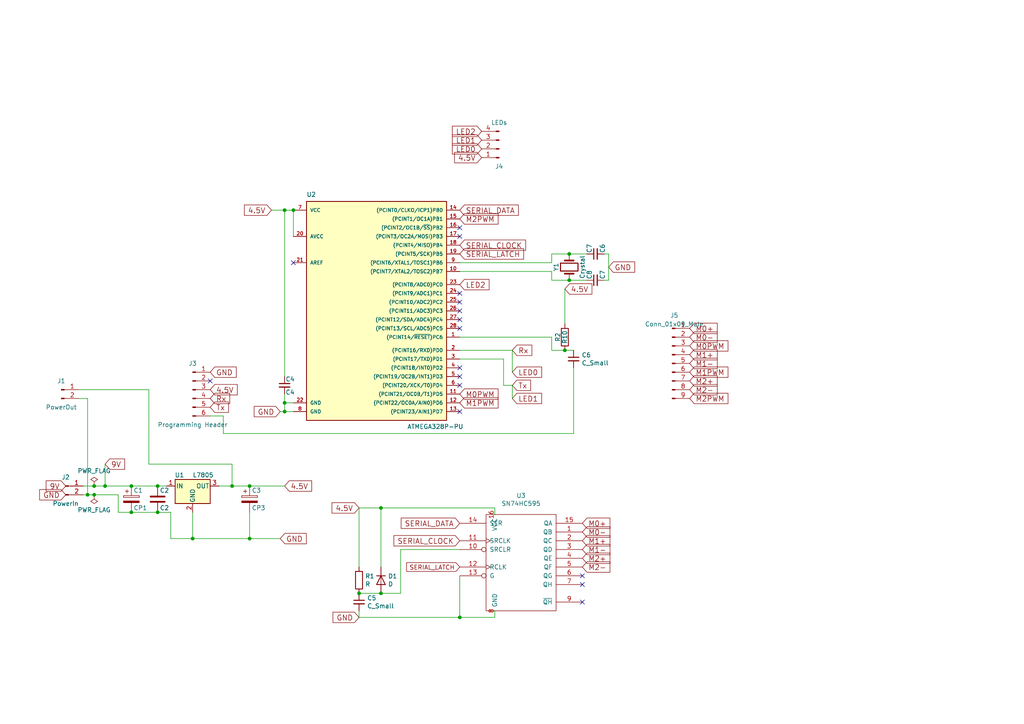
<source format=kicad_sch>
(kicad_sch (version 20211123) (generator eeschema)
  (paper "A4")
  (lib_symbols
    (symbol "Connector:Conn_01x09_Male" (pin_names (offset 1.016) hide)
      (property "Reference" "J" (at 0 12.7 0))
      (property "Value" "Conn_01x09_Male" (at 0 -12.7 0))
      (symbol "Conn_01x09_Male_1_1"
        (polyline (pts (xy 1.27 -10.16) (xy 0.8636 -10.16)) (stroke (width 0.1524)))
        (polyline (pts (xy 1.27 -7.62) (xy 0.8636 -7.62)) (stroke (width 0.1524)))
        (polyline (pts (xy 1.27 -5.08) (xy 0.8636 -5.08)) (stroke (width 0.1524)))
        (polyline (pts (xy 1.27 -2.54) (xy 0.8636 -2.54)) (stroke (width 0.1524)))
        (polyline (pts (xy 1.27 0) (xy 0.8636 0)) (stroke (width 0.1524)))
        (polyline (pts (xy 1.27 2.54) (xy 0.8636 2.54)) (stroke (width 0.1524)))
        (polyline (pts (xy 1.27 5.08) (xy 0.8636 5.08)) (stroke (width 0.1524)))
        (polyline (pts (xy 1.27 7.62) (xy 0.8636 7.62)) (stroke (width 0.1524)))
        (polyline (pts (xy 1.27 10.16) (xy 0.8636 10.16)) (stroke (width 0.1524)))
        (rectangle (start 0.8636 -10.033) (end 0 -10.287) (stroke (width 0.1524)) (fill (type outline)))
        (rectangle (start 0.8636 -7.493) (end 0 -7.747) (stroke (width 0.1524)) (fill (type outline)))
        (rectangle (start 0.8636 -4.953) (end 0 -5.207) (stroke (width 0.1524)) (fill (type outline)))
        (rectangle (start 0.8636 -2.413) (end 0 -2.667) (stroke (width 0.1524)) (fill (type outline)))
        (rectangle (start 0.8636 0.127) (end 0 -0.127) (stroke (width 0.1524)) (fill (type outline)))
        (rectangle (start 0.8636 2.667) (end 0 2.413) (stroke (width 0.1524)) (fill (type outline)))
        (rectangle (start 0.8636 5.207) (end 0 4.953) (stroke (width 0.1524)) (fill (type outline)))
        (rectangle (start 0.8636 7.747) (end 0 7.493) (stroke (width 0.1524)) (fill (type outline)))
        (rectangle (start 0.8636 10.287) (end 0 10.033) (stroke (width 0.1524)) (fill (type outline)))
        (pin passive line (at 5.08 10.16 180) (length 3.81) (name "Pin_1") (number "1"))
        (pin passive line (at 5.08 7.62 180) (length 3.81) (name "Pin_2") (number "2"))
        (pin passive line (at 5.08 5.08 180) (length 3.81) (name "Pin_3") (number "3"))
        (pin passive line (at 5.08 2.54 180) (length 3.81) (name "Pin_4") (number "4"))
        (pin passive line (at 5.08 0 180) (length 3.81) (name "Pin_5") (number "5"))
        (pin passive line (at 5.08 -2.54 180) (length 3.81) (name "Pin_6") (number "6"))
        (pin passive line (at 5.08 -5.08 180) (length 3.81) (name "Pin_7") (number "7"))
        (pin passive line (at 5.08 -7.62 180) (length 3.81) (name "Pin_8") (number "8"))
        (pin passive line (at 5.08 -10.16 180) (length 3.81) (name "Pin_9") (number "9"))
      )
    )
    (symbol "custom:ATMEGA328P-PU" (pin_names (offset 1.016))
      (property "Reference" "U" (at -19.05 31.75 0))
      (property "Value" "ATMEGA328P-PU" (at 10.16 -35.56 0))
      (symbol "ATMEGA328P-PU_0_1"
        (rectangle (start -19.05 30.48) (end 21.59 -33.02) (stroke (width 0.254)) (fill (type background)))
      )
      (symbol "ATMEGA328P-PU_1_1"
        (pin bidirectional line (at 25.4 -8.89 180) (length 3.81) (name "(PCINT14/~{RESET})PC6") (number "1"))
        (pin bidirectional line (at 25.4 10.16 180) (length 3.81) (name "(PCINT7/XTAL2/TOSC2)PB7") (number "10"))
        (pin bidirectional line (at 25.4 -25.4 180) (length 3.81) (name "(PCINT21/OC0B/T1)PD5") (number "11"))
        (pin bidirectional line (at 25.4 -27.94 180) (length 3.81) (name "(PCINT22/OC0A/AIN0)PD6") (number "12"))
        (pin bidirectional line (at 25.4 -30.48 180) (length 3.81) (name "(PCINT23/AIN1)PD7") (number "13"))
        (pin bidirectional line (at 25.4 27.94 180) (length 3.81) (name "(PCINT0/CLKO/ICP1)PB0") (number "14"))
        (pin bidirectional line (at 25.4 25.4 180) (length 3.81) (name "(PCINT1/OC1A)PB1") (number "15"))
        (pin bidirectional line (at 25.4 22.86 180) (length 3.81) (name "(PCINT2/OC1B/~{SS})PB2") (number "16"))
        (pin bidirectional line (at 25.4 20.32 180) (length 3.81) (name "(PCINT3/OC2A/MOSI)PB3") (number "17"))
        (pin bidirectional line (at 25.4 17.78 180) (length 3.81) (name "(PCINT4/MISO)PB4") (number "18"))
        (pin bidirectional line (at 25.4 15.24 180) (length 3.81) (name "(PCINT5/SCK)PB5") (number "19"))
        (pin bidirectional line (at 25.4 -12.7 180) (length 3.81) (name "(PCINT16/RXD)PD0") (number "2"))
        (pin power_in line (at -22.86 20.32 0) (length 3.81) (name "AVCC") (number "20"))
        (pin bidirectional line (at -22.86 12.7 0) (length 3.81) (name "AREF") (number "21"))
        (pin power_in line (at -22.86 -27.94 0) (length 3.81) (name "GND") (number "22"))
        (pin bidirectional line (at 25.4 6.35 180) (length 3.81) (name "(PCINT8/ADC0)PC0") (number "23"))
        (pin bidirectional line (at 25.4 3.81 180) (length 3.81) (name "(PCINT9/ADC1)PC1") (number "24"))
        (pin bidirectional line (at 25.4 1.27 180) (length 3.81) (name "(PCINT10/ADC2)PC2") (number "25"))
        (pin bidirectional line (at 25.4 -1.27 180) (length 3.81) (name "(PCINT11/ADC3)PC3") (number "26"))
        (pin bidirectional line (at 25.4 -3.81 180) (length 3.81) (name "(PCINT12/SDA/ADC4)PC4") (number "27"))
        (pin bidirectional line (at 25.4 -6.35 180) (length 3.81) (name "(PCINT13/SCL/ADC5)PC5") (number "28"))
        (pin bidirectional line (at 25.4 -15.24 180) (length 3.81) (name "(PCINT17/TXD)PD1") (number "3"))
        (pin bidirectional line (at 25.4 -17.78 180) (length 3.81) (name "(PCINT18/INT0)PD2") (number "4"))
        (pin bidirectional line (at 25.4 -20.32 180) (length 3.81) (name "(PCINT19/OC2B/INT1)PD3") (number "5"))
        (pin bidirectional line (at 25.4 -22.86 180) (length 3.81) (name "(PCINT20/XCK/T0)PD4") (number "6"))
        (pin power_in line (at -22.86 27.94 0) (length 3.81) (name "VCC") (number "7"))
        (pin power_in line (at -22.86 -30.48 0) (length 3.81) (name "GND") (number "8"))
        (pin bidirectional line (at 25.4 12.7 180) (length 3.81) (name "(PCINT6/XTAL1/TOSC1)PB6") (number "9"))
      )
    )
    (symbol "custom:C" (pin_numbers hide) (pin_names (offset 0.254))
      (property "Reference" "C" (at 0.635 2.54 0))
      (property "Value" "C" (at 0.635 -2.54 0))
      (symbol "C_0_1"
        (polyline (pts (xy -2.032 -0.762) (xy 2.032 -0.762)) (stroke (width 0.508)))
        (polyline (pts (xy -2.032 0.762) (xy 2.032 0.762)) (stroke (width 0.508)))
      )
      (symbol "C_1_1"
        (pin passive line (at 0 3.81 270) (length 2.794) (name "~") (number "1"))
        (pin passive line (at 0 -3.81 90) (length 2.794) (name "~") (number "2"))
      )
    )
    (symbol "custom:CP" (pin_numbers hide) (pin_names (offset 0.254))
      (property "Reference" "C" (at 0.635 2.54 0))
      (property "Value" "CP" (at 0.635 -2.54 0))
      (symbol "CP_0_1"
        (rectangle (start -2.286 0.508) (end -2.286 1.016))
        (rectangle (start -2.286 0.508) (end 2.286 0.508))
        (polyline (pts (xy -1.778 2.286) (xy -0.762 2.286)))
        (polyline (pts (xy -1.27 2.794) (xy -1.27 1.778)))
        (rectangle (start 2.286 -0.508) (end -2.286 -1.016) (fill (type outline)))
        (rectangle (start 2.286 1.016) (end -2.286 1.016))
        (rectangle (start 2.286 1.016) (end 2.286 0.508))
      )
      (symbol "CP_1_1"
        (pin passive line (at 0 3.81 270) (length 2.794) (name "~") (number "1"))
        (pin passive line (at 0 -3.81 90) (length 2.794) (name "~") (number "2"))
      )
    )
    (symbol "custom:C_Small" (pin_numbers hide) (pin_names (offset 0.254) hide)
      (property "Reference" "C" (at 0.254 1.778 0))
      (property "Value" "C_Small" (at 0.254 -2.032 0))
      (symbol "C_Small_0_1"
        (polyline (pts (xy -1.524 -0.508) (xy 1.524 -0.508)) (stroke (width 0.3302)))
        (polyline (pts (xy -1.524 0.508) (xy 1.524 0.508)) (stroke (width 0.3048)))
      )
      (symbol "C_Small_1_1"
        (pin passive line (at 0 2.54 270) (length 2.032) (name "~") (number "1"))
        (pin passive line (at 0 -2.54 90) (length 2.032) (name "~") (number "2"))
      )
    )
    (symbol "custom:C_Small-Device" (pin_numbers hide) (pin_names (offset 0.254) hide)
      (property "Reference" "C" (at 0.254 1.778 0))
      (property "Value" "C_Small-Device" (at 0.254 -2.032 0))
      (symbol "C_Small-Device_0_1"
        (polyline (pts (xy -1.524 -0.508) (xy 1.524 -0.508)) (stroke (width 0.3302)))
        (polyline (pts (xy -1.524 0.508) (xy 1.524 0.508)) (stroke (width 0.3048)))
      )
      (symbol "C_Small-Device_1_1"
        (pin passive line (at 0 2.54 270) (length 2.032) (name "~") (number "1"))
        (pin passive line (at 0 -2.54 90) (length 2.032) (name "~") (number "2"))
      )
    )
    (symbol "custom:Conn_01x02_Male" (pin_names (offset 1.016) hide)
      (property "Reference" "J" (at 0 2.54 0))
      (property "Value" "Conn_01x02_Male" (at 0 -5.08 0))
      (symbol "Conn_01x02_Male_1_1"
        (polyline (pts (xy 1.27 -2.54) (xy 0.8636 -2.54)) (stroke (width 0.1524)))
        (polyline (pts (xy 1.27 0) (xy 0.8636 0)) (stroke (width 0.1524)))
        (rectangle (start 0.8636 -2.413) (end 0 -2.667) (stroke (width 0.1524)) (fill (type outline)))
        (rectangle (start 0.8636 0.127) (end 0 -0.127) (stroke (width 0.1524)) (fill (type outline)))
        (pin passive line (at 5.08 0 180) (length 3.81) (name "Pin_1") (number "1"))
        (pin passive line (at 5.08 -2.54 180) (length 3.81) (name "Pin_2") (number "2"))
      )
    )
    (symbol "custom:Conn_01x04_Male" (pin_names (offset 1.016) hide)
      (property "Reference" "J" (at 0 5.08 0))
      (property "Value" "Conn_01x04_Male" (at 0 -7.62 0))
      (symbol "Conn_01x04_Male_1_1"
        (polyline (pts (xy 1.27 -5.08) (xy 0.8636 -5.08)) (stroke (width 0.1524)))
        (polyline (pts (xy 1.27 -2.54) (xy 0.8636 -2.54)) (stroke (width 0.1524)))
        (polyline (pts (xy 1.27 0) (xy 0.8636 0)) (stroke (width 0.1524)))
        (polyline (pts (xy 1.27 2.54) (xy 0.8636 2.54)) (stroke (width 0.1524)))
        (rectangle (start 0.8636 -4.953) (end 0 -5.207) (stroke (width 0.1524)) (fill (type outline)))
        (rectangle (start 0.8636 -2.413) (end 0 -2.667) (stroke (width 0.1524)) (fill (type outline)))
        (rectangle (start 0.8636 0.127) (end 0 -0.127) (stroke (width 0.1524)) (fill (type outline)))
        (rectangle (start 0.8636 2.667) (end 0 2.413) (stroke (width 0.1524)) (fill (type outline)))
        (pin passive line (at 5.08 2.54 180) (length 3.81) (name "Pin_1") (number "1"))
        (pin passive line (at 5.08 0 180) (length 3.81) (name "Pin_2") (number "2"))
        (pin passive line (at 5.08 -2.54 180) (length 3.81) (name "Pin_3") (number "3"))
        (pin passive line (at 5.08 -5.08 180) (length 3.81) (name "Pin_4") (number "4"))
      )
    )
    (symbol "custom:Conn_01x06_Male" (pin_names (offset 1.016) hide)
      (property "Reference" "J" (at 0 7.62 0))
      (property "Value" "Conn_01x06_Male" (at 0 -10.16 0))
      (symbol "Conn_01x06_Male_1_1"
        (polyline (pts (xy 1.27 -7.62) (xy 0.8636 -7.62)) (stroke (width 0.1524)))
        (polyline (pts (xy 1.27 -5.08) (xy 0.8636 -5.08)) (stroke (width 0.1524)))
        (polyline (pts (xy 1.27 -2.54) (xy 0.8636 -2.54)) (stroke (width 0.1524)))
        (polyline (pts (xy 1.27 0) (xy 0.8636 0)) (stroke (width 0.1524)))
        (polyline (pts (xy 1.27 2.54) (xy 0.8636 2.54)) (stroke (width 0.1524)))
        (polyline (pts (xy 1.27 5.08) (xy 0.8636 5.08)) (stroke (width 0.1524)))
        (rectangle (start 0.8636 -7.493) (end 0 -7.747) (stroke (width 0.1524)) (fill (type outline)))
        (rectangle (start 0.8636 -4.953) (end 0 -5.207) (stroke (width 0.1524)) (fill (type outline)))
        (rectangle (start 0.8636 -2.413) (end 0 -2.667) (stroke (width 0.1524)) (fill (type outline)))
        (rectangle (start 0.8636 0.127) (end 0 -0.127) (stroke (width 0.1524)) (fill (type outline)))
        (rectangle (start 0.8636 2.667) (end 0 2.413) (stroke (width 0.1524)) (fill (type outline)))
        (rectangle (start 0.8636 5.207) (end 0 4.953) (stroke (width 0.1524)) (fill (type outline)))
        (pin passive line (at 5.08 5.08 180) (length 3.81) (name "Pin_1") (number "1"))
        (pin passive line (at 5.08 2.54 180) (length 3.81) (name "Pin_2") (number "2"))
        (pin passive line (at 5.08 0 180) (length 3.81) (name "Pin_3") (number "3"))
        (pin passive line (at 5.08 -2.54 180) (length 3.81) (name "Pin_4") (number "4"))
        (pin passive line (at 5.08 -5.08 180) (length 3.81) (name "Pin_5") (number "5"))
        (pin passive line (at 5.08 -7.62 180) (length 3.81) (name "Pin_6") (number "6"))
      )
    )
    (symbol "custom:Crystal" (pin_numbers hide) (pin_names (offset 1.016) hide)
      (property "Reference" "Y" (at 0 3.81 0))
      (property "Value" "Crystal" (at 0 -3.81 0))
      (symbol "Crystal_0_1"
        (rectangle (start -1.143 2.54) (end 1.143 -2.54) (stroke (width 0.3048)))
        (polyline (pts (xy -2.54 0) (xy -1.905 0)))
        (polyline (pts (xy -1.905 -1.27) (xy -1.905 1.27)) (stroke (width 0.508)))
        (polyline (pts (xy 1.905 -1.27) (xy 1.905 1.27)) (stroke (width 0.508)))
        (polyline (pts (xy 2.54 0) (xy 1.905 0)))
      )
      (symbol "Crystal_1_1"
        (pin passive line (at -3.81 0 0) (length 1.27) (name "1") (number "1"))
        (pin passive line (at 3.81 0 180) (length 1.27) (name "2") (number "2"))
      )
    )
    (symbol "custom:D-Device" (pin_numbers hide) (pin_names (offset 1.016) hide)
      (property "Reference" "D" (at 0 2.54 0))
      (property "Value" "D-Device" (at 0 -2.54 0))
      (symbol "D-Device_0_1"
        (polyline (pts (xy -1.27 1.27) (xy -1.27 -1.27)) (stroke (width 0.254)))
        (polyline (pts (xy 1.27 0) (xy -1.27 0)))
        (polyline (pts (xy 1.27 1.27) (xy 1.27 -1.27) (xy -1.27 0) (xy 1.27 1.27)) (stroke (width 0.254)))
      )
      (symbol "D-Device_1_1"
        (pin passive line (at -3.81 0 0) (length 2.54) (name "K") (number "1"))
        (pin passive line (at 3.81 0 180) (length 2.54) (name "A") (number "2"))
      )
    )
    (symbol "custom:L7805-Regulator_Linear" (pin_names (offset 0.254))
      (property "Reference" "U" (at -3.81 3.175 0))
      (property "Value" "L7805-Regulator_Linear" (at 0 3.175 0))
      (symbol "L7805-Regulator_Linear_0_1"
        (rectangle (start -5.08 1.905) (end 5.08 -5.08) (stroke (width 0.254)) (fill (type background)))
      )
      (symbol "L7805-Regulator_Linear_1_1"
        (pin power_in line (at -7.62 0 0) (length 2.54) (name "IN") (number "1"))
        (pin power_in line (at 0 -7.62 90) (length 2.54) (name "GND") (number "2"))
        (pin power_out line (at 7.62 0 180) (length 2.54) (name "OUT") (number "3"))
      )
    )
    (symbol "custom:PWR_FLAG" (power) (pin_numbers hide) (pin_names (offset 0) hide)
      (property "Value" "PWR_FLAG" (at 0 3.81 0))
      (symbol "PWR_FLAG_0_0"
        (pin power_out line (at 0 0 90) (length 0) (name "pwr") (number "1"))
      )
      (symbol "PWR_FLAG_0_1"
        (polyline (pts (xy 0 0) (xy 0 1.27) (xy -1.016 1.905) (xy 0 2.54) (xy 1.016 1.905) (xy 0 1.27)))
      )
    )
    (symbol "custom:R" (pin_numbers hide) (pin_names (offset 0))
      (property "Reference" "R" (at 2.032 0 90))
      (property "Value" "R" (at 0 0 90))
      (symbol "R_0_1"
        (rectangle (start -1.016 -2.54) (end 1.016 2.54) (stroke (width 0.254)))
      )
      (symbol "R_1_1"
        (pin passive line (at 0 3.81 270) (length 1.27) (name "~") (number "1"))
        (pin passive line (at 0 -3.81 90) (length 1.27) (name "~") (number "2"))
      )
    )
    (symbol "custom:R-Device" (pin_numbers hide) (pin_names (offset 0))
      (property "Reference" "R" (at 2.032 0 90))
      (property "Value" "R-Device" (at 0 0 90))
      (symbol "R-Device_0_1"
        (rectangle (start -1.016 -2.54) (end 1.016 2.54) (stroke (width 0.254)))
      )
      (symbol "R-Device_1_1"
        (pin passive line (at 0 3.81 270) (length 1.27) (name "~") (number "1"))
        (pin passive line (at 0 -3.81 90) (length 1.27) (name "~") (number "2"))
      )
    )
    (symbol "custom:SN74HC595" (pin_names (offset 1.016))
      (property "Reference" "U" (at 3.81 15.24 0))
      (property "Value" "SN74HC595" (at 0 -15.24 0))
      (symbol "SN74HC595_0_1"
        (rectangle (start -10.16 -13.97) (end 10.16 13.97))
      )
      (symbol "SN74HC595_1_1"
        (pin tri_state line (at 17.78 8.89 180) (length 7.62) (name "QB") (number "1"))
        (pin input inverted (at -17.78 3.81 0) (length 7.62) (name "SRCLR") (number "10"))
        (pin input clock (at -17.78 6.35 0) (length 7.62) (name "SRCLK") (number "11"))
        (pin input clock (at -17.78 -1.27 0) (length 7.62) (name "RCLK") (number "12"))
        (pin input inverted (at -17.78 -3.81 0) (length 7.62) (name "G") (number "13"))
        (pin input line (at -17.78 11.43 0) (length 7.62) (name "SER") (number "14"))
        (pin tri_state line (at 17.78 11.43 180) (length 7.62) (name "QA") (number "15"))
        (pin power_in line (at -7.62 13.97 270) (length 0) (name "VCC") (number "16"))
        (pin tri_state line (at 17.78 6.35 180) (length 7.62) (name "QC") (number "2"))
        (pin tri_state line (at 17.78 3.81 180) (length 7.62) (name "QD") (number "3"))
        (pin tri_state line (at 17.78 1.27 180) (length 7.62) (name "QE") (number "4"))
        (pin tri_state line (at 17.78 -1.27 180) (length 7.62) (name "QF") (number "5"))
        (pin tri_state line (at 17.78 -3.81 180) (length 7.62) (name "QG") (number "6"))
        (pin tri_state line (at 17.78 -6.35 180) (length 7.62) (name "QH") (number "7"))
        (pin power_in line (at -7.62 -13.97 90) (length 0) (name "GND") (number "8"))
        (pin output line (at 17.78 -11.43 180) (length 7.62) (name "~{QH}") (number "9"))
      )
    )
  )
  (junction (at 82.55 60.96))
  (junction (at 72.39 140.97))
  (junction (at 133.35 179.07))
  (junction (at 85.09 60.96))
  (junction (at 67.31 140.97))
  (junction (at 165.1 73.66))
  (junction (at 165.1 81.28))
  (junction (at 110.49 147.32))
  (junction (at 27.305 143.51))
  (junction (at 82.55 116.84))
  (junction (at 38.1 148.59))
  (junction (at 82.55 119.38))
  (junction (at 38.1 140.97))
  (junction (at 55.88 156.21))
  (junction (at 45.72 140.97))
  (junction (at 30.48 140.97))
  (junction (at 25.4 143.51))
  (junction (at 45.72 148.59))
  (junction (at 27.305 140.97))
  (junction (at 72.39 156.21))
  (junction (at 110.49 172.085))
  (junction (at 104.14 172.085))
  (junction (at 163.83 101.6))
  (no_connect (at 133.35 92.71))
  (no_connect (at 133.35 95.25))
  (no_connect (at 133.35 119.38))
  (no_connect (at 168.91 174.625))
  (no_connect (at 133.35 111.76))
  (no_connect (at 133.35 87.63))
  (no_connect (at 133.35 90.17))
  (no_connect (at 133.35 106.68))
  (no_connect (at 133.35 109.22))
  (no_connect (at 133.35 66.04))
  (no_connect (at 133.35 68.58))
  (no_connect (at 133.35 85.09))
  (no_connect (at 60.96 110.49))
  (no_connect (at 85.09 76.2))
  (no_connect (at 168.91 169.545))
  (no_connect (at 168.91 167.005))
  (wire (pts (xy 25.4 115.57) (xy 25.4 143.51)))
  (wire (pts (xy 82.55 119.38) (xy 85.09 119.38)))
  (wire (pts (xy 133.35 76.2) (xy 160.02 76.2)))
  (wire (pts (xy 146.05 111.76) (xy 148.59 111.76)))
  (wire (pts (xy 133.35 104.14) (xy 146.05 104.14)))
  (wire (pts (xy 116.205 172.085) (xy 110.49 172.085)))
  (wire (pts (xy 24.13 140.97) (xy 27.305 140.97)))
  (wire (pts (xy 160.02 101.6) (xy 160.02 97.79)))
  (wire (pts (xy 176.53 73.66) (xy 176.53 81.28)))
  (wire (pts (xy 148.59 111.76) (xy 148.59 115.57)))
  (wire (pts (xy 34.29 148.59) (xy 38.1 148.59)))
  (wire (pts (xy 165.1 73.66) (xy 170.18 73.66)))
  (wire (pts (xy 64.77 120.65) (xy 64.77 125.73)))
  (wire (pts (xy 49.53 148.59) (xy 49.53 156.21)))
  (wire (pts (xy 143.51 149.225) (xy 143.51 147.32)))
  (wire (pts (xy 163.83 101.6) (xy 166.37 101.6)))
  (wire (pts (xy 38.1 148.59) (xy 45.72 148.59)))
  (wire (pts (xy 163.83 101.6) (xy 160.02 101.6)))
  (wire (pts (xy 82.55 60.96) (xy 82.55 109.22)))
  (wire (pts (xy 67.31 134.62) (xy 67.31 140.97)))
  (wire (pts (xy 104.14 179.07) (xy 133.35 179.07)))
  (wire (pts (xy 146.05 104.14) (xy 146.05 111.76)))
  (wire (pts (xy 133.35 97.79) (xy 160.02 97.79)))
  (wire (pts (xy 133.35 179.07) (xy 143.51 179.07)))
  (wire (pts (xy 82.55 116.84) (xy 82.55 119.38)))
  (wire (pts (xy 27.305 143.51) (xy 34.29 143.51)))
  (wire (pts (xy 116.205 159.385) (xy 116.205 172.085)))
  (wire (pts (xy 63.5 140.97) (xy 67.31 140.97)))
  (wire (pts (xy 22.86 115.57) (xy 25.4 115.57)))
  (wire (pts (xy 34.29 143.51) (xy 34.29 148.59)))
  (wire (pts (xy 22.86 113.03) (xy 43.18 113.03)))
  (wire (pts (xy 81.28 119.38) (xy 82.55 119.38)))
  (wire (pts (xy 38.1 140.97) (xy 45.72 140.97)))
  (wire (pts (xy 104.14 177.165) (xy 104.14 179.07)))
  (wire (pts (xy 72.39 156.21) (xy 81.28 156.21)))
  (wire (pts (xy 43.18 113.03) (xy 43.18 134.62)))
  (wire (pts (xy 133.35 167.005) (xy 133.35 179.07)))
  (wire (pts (xy 43.18 134.62) (xy 67.31 134.62)))
  (wire (pts (xy 82.55 114.3) (xy 82.55 116.84)))
  (wire (pts (xy 104.14 147.32) (xy 110.49 147.32)))
  (wire (pts (xy 165.1 81.28) (xy 170.18 81.28)))
  (wire (pts (xy 148.59 101.6) (xy 148.59 107.95)))
  (wire (pts (xy 163.83 83.82) (xy 163.83 93.98)))
  (wire (pts (xy 24.13 143.51) (xy 25.4 143.51)))
  (wire (pts (xy 110.49 147.32) (xy 143.51 147.32)))
  (wire (pts (xy 104.14 172.085) (xy 110.49 172.085)))
  (wire (pts (xy 45.72 148.59) (xy 49.53 148.59)))
  (wire (pts (xy 55.88 156.21) (xy 72.39 156.21)))
  (wire (pts (xy 85.09 116.84) (xy 82.55 116.84)))
  (wire (pts (xy 72.39 156.21) (xy 72.39 148.59)))
  (wire (pts (xy 64.77 125.73) (xy 166.37 125.73)))
  (wire (pts (xy 133.35 78.74) (xy 160.02 78.74)))
  (wire (pts (xy 30.48 140.97) (xy 38.1 140.97)))
  (wire (pts (xy 160.02 73.66) (xy 165.1 73.66)))
  (wire (pts (xy 49.53 156.21) (xy 55.88 156.21)))
  (wire (pts (xy 78.74 60.96) (xy 82.55 60.96)))
  (wire (pts (xy 82.55 60.96) (xy 85.09 60.96)))
  (wire (pts (xy 55.88 156.21) (xy 55.88 148.59)))
  (wire (pts (xy 110.49 164.465) (xy 110.49 147.32)))
  (wire (pts (xy 176.53 81.28) (xy 175.26 81.28)))
  (wire (pts (xy 143.51 177.165) (xy 143.51 179.07)))
  (wire (pts (xy 60.96 120.65) (xy 64.77 120.65)))
  (wire (pts (xy 45.72 140.97) (xy 48.26 140.97)))
  (wire (pts (xy 30.48 140.97) (xy 30.48 134.62)))
  (wire (pts (xy 25.4 143.51) (xy 27.305 143.51)))
  (wire (pts (xy 104.14 164.465) (xy 104.14 147.32)))
  (wire (pts (xy 175.26 73.66) (xy 176.53 73.66)))
  (wire (pts (xy 160.02 76.2) (xy 160.02 73.66)))
  (wire (pts (xy 27.305 140.97) (xy 30.48 140.97)))
  (wire (pts (xy 116.205 159.385) (xy 133.35 159.385)))
  (wire (pts (xy 166.37 106.68) (xy 166.37 125.73)))
  (wire (pts (xy 160.02 81.28) (xy 165.1 81.28)))
  (wire (pts (xy 160.02 78.74) (xy 160.02 81.28)))
  (wire (pts (xy 133.35 101.6) (xy 148.59 101.6)))
  (wire (pts (xy 72.39 140.97) (xy 82.55 140.97)))
  (wire (pts (xy 85.09 60.96) (xy 85.09 68.58)))
  (wire (pts (xy 67.31 140.97) (xy 72.39 140.97)))
  (global_label "SERIAL_CLOCK" (shape input) (at 133.35 156.845 180) (effects (font (size 1.524 1.524))) (property "Intersheet References" "${INTERSHEET_REFS}" (effects hide)))
  (global_label "M1+" (shape input) (at 168.91 156.845 0) (effects (font (size 1.524 1.524))) (property "Intersheet References" "${INTERSHEET_REFS}" (effects hide)))
  (global_label "4.5V" (shape input) (at 60.96 113.03 0) (effects (font (size 1.524 1.524))) (property "Intersheet References" "${INTERSHEET_REFS}" (effects hide)))
  (global_label "LED0" (shape input) (at 139.7 43.18 180) (effects (font (size 1.524 1.524))) (property "Intersheet References" "${INTERSHEET_REFS}" (effects hide)))
  (global_label "M1PWM" (shape input) (at 200.025 107.95 0) (effects (font (size 1.524 1.524))) (property "Intersheet References" "${INTERSHEET_REFS}" (effects hide)))
  (global_label "Tx" (shape input) (at 60.96 118.11 0) (effects (font (size 1.524 1.524))) (property "Intersheet References" "${INTERSHEET_REFS}" (effects hide)))
  (global_label "M1-" (shape input) (at 168.91 159.385 0) (effects (font (size 1.524 1.524))) (property "Intersheet References" "${INTERSHEET_REFS}" (effects hide)))
  (global_label "4.5V" (shape input) (at 139.7 45.72 180) (effects (font (size 1.524 1.524))) (property "Intersheet References" "${INTERSHEET_REFS}" (effects hide)))
  (global_label "M2PWM" (shape input) (at 133.35 63.5 0) (effects (font (size 1.524 1.524))) (property "Intersheet References" "${INTERSHEET_REFS}" (effects hide)))
  (global_label "Rx" (shape input) (at 148.59 101.6 0) (effects (font (size 1.524 1.524))) (property "Intersheet References" "${INTERSHEET_REFS}" (effects hide)))
  (global_label "LED2" (shape input) (at 133.35 82.55 0) (effects (font (size 1.524 1.524))) (property "Intersheet References" "${INTERSHEET_REFS}" (effects hide)))
  (global_label "M0+" (shape input) (at 200.025 95.25 0) (effects (font (size 1.524 1.524))) (property "Intersheet References" "${INTERSHEET_REFS}" (effects hide)))
  (global_label "M1-" (shape input) (at 200.025 105.41 0) (effects (font (size 1.524 1.524))) (property "Intersheet References" "${INTERSHEET_REFS}" (effects hide)))
  (global_label "SERIAL_CLOCK" (shape input) (at 133.35 71.12 0) (effects (font (size 1.524 1.524))) (property "Intersheet References" "${INTERSHEET_REFS}" (effects hide)))
  (global_label "M0-" (shape input) (at 200.025 97.79 0) (effects (font (size 1.524 1.524))) (property "Intersheet References" "${INTERSHEET_REFS}" (effects hide)))
  (global_label "GND" (shape input) (at 81.28 119.38 180) (effects (font (size 1.524 1.524))) (property "Intersheet References" "${INTERSHEET_REFS}" (effects hide)))
  (global_label "GND" (shape input) (at 176.53 77.47 0) (effects (font (size 1.524 1.524))) (property "Intersheet References" "${INTERSHEET_REFS}" (effects hide)))
  (global_label "SERIAL_DATA" (shape input) (at 133.35 151.765 180) (effects (font (size 1.524 1.524))) (property "Intersheet References" "${INTERSHEET_REFS}" (effects hide)))
  (global_label "9V" (shape input) (at 19.05 140.97 180) (effects (font (size 1.524 1.524))) (property "Intersheet References" "${INTERSHEET_REFS}" (effects hide)))
  (global_label "M1PWM" (shape input) (at 133.35 116.84 0) (effects (font (size 1.524 1.524))) (property "Intersheet References" "${INTERSHEET_REFS}" (effects hide)))
  (global_label "GND" (shape input) (at 60.96 107.95 0) (effects (font (size 1.524 1.524))) (property "Intersheet References" "${INTERSHEET_REFS}" (effects hide)))
  (global_label "LED0" (shape input) (at 148.59 107.95 0) (effects (font (size 1.524 1.524))) (property "Intersheet References" "${INTERSHEET_REFS}" (effects hide)))
  (global_label "M2PWM" (shape input) (at 200.025 115.57 0) (effects (font (size 1.524 1.524))) (property "Intersheet References" "${INTERSHEET_REFS}" (effects hide)))
  (global_label "LED2" (shape input) (at 139.7 38.1 180) (effects (font (size 1.524 1.524))) (property "Intersheet References" "${INTERSHEET_REFS}" (effects hide)))
  (global_label "M2-" (shape input) (at 200.025 113.03 0) (effects (font (size 1.524 1.524))) (property "Intersheet References" "${INTERSHEET_REFS}" (effects hide)))
  (global_label "4.5V" (shape input) (at 78.74 60.96 180) (effects (font (size 1.524 1.524))) (property "Intersheet References" "${INTERSHEET_REFS}" (effects hide)))
  (global_label "M0+" (shape input) (at 168.91 151.765 0) (effects (font (size 1.524 1.524))) (property "Intersheet References" "${INTERSHEET_REFS}" (effects hide)))
  (global_label "M0PWM" (shape input) (at 200.025 100.33 0) (effects (font (size 1.524 1.524))) (property "Intersheet References" "${INTERSHEET_REFS}" (effects hide)))
  (global_label "SERIAL_LATCH" (shape input) (at 133.35 73.66 0) (effects (font (size 1.524 1.524))) (property "Intersheet References" "${INTERSHEET_REFS}" (effects hide)))
  (global_label "Tx" (shape input) (at 148.59 111.76 0) (effects (font (size 1.524 1.524))) (property "Intersheet References" "${INTERSHEET_REFS}" (effects hide)))
  (global_label "M2+" (shape input) (at 200.025 110.49 0) (effects (font (size 1.524 1.524))) (property "Intersheet References" "${INTERSHEET_REFS}" (effects hide)))
  (global_label "9V" (shape input) (at 30.48 134.62 0) (effects (font (size 1.524 1.524))) (property "Intersheet References" "${INTERSHEET_REFS}" (effects hide)))
  (global_label "M2-" (shape input) (at 168.91 164.465 0) (effects (font (size 1.524 1.524))) (property "Intersheet References" "${INTERSHEET_REFS}" (effects hide)))
  (global_label "SERIAL_LATCH" (shape input) (at 133.35 164.465 180) (property "Intersheet References" "${INTERSHEET_REFS}" (effects hide)))
  (global_label "M2+" (shape input) (at 168.91 161.925 0) (effects (font (size 1.524 1.524))) (property "Intersheet References" "${INTERSHEET_REFS}" (effects hide)))
  (global_label "M0PWM" (shape input) (at 133.35 114.3 0) (effects (font (size 1.524 1.524))) (property "Intersheet References" "${INTERSHEET_REFS}" (effects hide)))
  (global_label "LED1" (shape input) (at 139.7 40.64 180) (effects (font (size 1.524 1.524))) (property "Intersheet References" "${INTERSHEET_REFS}" (effects hide)))
  (global_label "GND" (shape input) (at 19.05 143.51 180) (effects (font (size 1.524 1.524))) (property "Intersheet References" "${INTERSHEET_REFS}" (effects hide)))
  (global_label "GND" (shape input) (at 104.14 179.07 180) (effects (font (size 1.524 1.524))) (property "Intersheet References" "${INTERSHEET_REFS}" (effects hide)))
  (global_label "M1+" (shape input) (at 200.025 102.87 0) (effects (font (size 1.524 1.524))) (property "Intersheet References" "${INTERSHEET_REFS}" (effects hide)))
  (global_label "4.5V" (shape input) (at 104.14 147.32 180) (effects (font (size 1.524 1.524))) (property "Intersheet References" "${INTERSHEET_REFS}" (effects hide)))
  (global_label "SERIAL_DATA" (shape input) (at 133.35 60.96 0) (effects (font (size 1.524 1.524))) (property "Intersheet References" "${INTERSHEET_REFS}" (effects hide)))
  (global_label "4.5V" (shape input) (at 163.83 83.82 0) (effects (font (size 1.524 1.524))) (property "Intersheet References" "${INTERSHEET_REFS}" (effects hide)))
  (global_label "LED1" (shape input) (at 148.59 115.57 0) (effects (font (size 1.524 1.524))) (property "Intersheet References" "${INTERSHEET_REFS}" (effects hide)))
  (global_label "M0-" (shape input) (at 168.91 154.305 0) (effects (font (size 1.524 1.524))) (property "Intersheet References" "${INTERSHEET_REFS}" (effects hide)))
  (global_label "4.5V" (shape input) (at 82.55 140.97 0) (effects (font (size 1.524 1.524))) (property "Intersheet References" "${INTERSHEET_REFS}" (effects hide)))
  (global_label "Rx" (shape input) (at 60.96 115.57 0) (effects (font (size 1.524 1.524))) (property "Intersheet References" "${INTERSHEET_REFS}" (effects hide)))
  (global_label "GND" (shape input) (at 81.28 156.21 0) (effects (font (size 1.524 1.524))) (property "Intersheet References" "${INTERSHEET_REFS}" (effects hide)))
  (symbol (lib_id "custom:ATMEGA328P-PU") (at 107.95 88.9 0) (unit 1)
    (property "Reference" "U2" (at 88.9 57.15 0) (effects (justify left bottom)))
    (property "Value" "ATMEGA328P-PU" (at 118.11 124.46 0) (effects (justify left bottom)))
    (property "Footprint" "custom:DIP-28_W7.62mm" (effects hide))
  )
  (symbol (lib_id "custom:CP") (at 38.1 144.78 0) (unit 1)
    (property "Reference" "C1" (at 38.735 142.24 0) (effects (justify left)))
    (property "Value" "CP1" (at 38.735 147.32 0) (effects (justify left)))
    (property "Footprint" "custom:CP_Radial_D4.0mm_P2.00mm" (effects hide))
  )
  (symbol (lib_id "custom:C") (at 45.72 144.78 0) (unit 1)
    (property "Reference" "C2" (at 46.355 142.24 0) (effects (justify left)))
    (property "Value" "C2" (at 46.355 147.32 0) (effects (justify left)))
    (property "Footprint" "custom:C_Disc_D4.7mm_W2.5mm_P5.00mm" (effects hide))
  )
  (symbol (lib_id "custom:CP") (at 72.39 144.78 0) (unit 1)
    (property "Reference" "C3" (at 73.025 142.24 0) (effects (justify left)))
    (property "Value" "CP3" (at 73.025 147.32 0) (effects (justify left)))
    (property "Footprint" "custom:CP_Radial_D4.0mm_P2.00mm" (effects hide))
  )
  (symbol (lib_id "custom:Crystal") (at 165.1 77.47 90) (unit 1)
    (property "Reference" "Y1" (at 161.29 77.47 0))
    (property "Value" "Crystal" (at 168.91 77.47 0))
    (property "Footprint" "Crystal:Crystal_HC49-U_Vertical" (effects hide))
  )
  (symbol (lib_id "custom:C_Small") (at 172.72 73.66 90) (unit 1)
    (property "Reference" "C7" (at 170.942 73.406 0) (effects (justify left)))
    (property "Value" "C6" (at 174.752 73.406 0) (effects (justify left)))
    (property "Footprint" "custom:C_Disc_D4.7mm_W2.5mm_P5.00mm" (effects hide))
  )
  (symbol (lib_id "custom:C_Small") (at 82.55 111.76 0) (unit 1)
    (property "Reference" "C4" (at 82.804 109.982 0) (effects (justify left)))
    (property "Value" "C4" (at 82.804 113.792 0) (effects (justify left)))
    (property "Footprint" "custom:C_Disc_D4.7mm_W2.5mm_P5.00mm" (effects hide))
  )
  (symbol (lib_id "custom:R") (at 163.83 97.79 180) (unit 1)
    (property "Reference" "R2" (at 161.798 97.79 90))
    (property "Value" "R10" (at 163.83 97.79 90))
    (property "Footprint" "custom:R_Axial_DIN0207_L6.3mm_D2.5mm_P7.62mm_Horizontal" (effects hide))
  )
  (symbol (lib_id "custom:Conn_01x06_Male") (at 55.88 113.03 0) (unit 1)
    (property "Reference" "J3" (at 55.88 105.41 0))
    (property "Value" "Programming Header" (at 55.88 123.19 0))
    (property "Footprint" "custom:PinHeader_1x06_P2.54mm_Vertical" (effects hide))
  )
  (symbol (lib_id "custom:Conn_01x02_Male") (at 17.78 113.03 0) (unit 1)
    (property "Reference" "J1" (at 17.78 110.49 0))
    (property "Value" "PowerOut" (at 17.78 118.11 0))
    (property "Footprint" "custom:JST_EH_B2B-EH-A_1x02_P2.50mm_Vertical" (effects hide))
  )
  (symbol (lib_id "custom:Conn_01x02_Male") (at 19.05 140.97 0) (unit 1)
    (property "Reference" "J2" (at 19.05 138.43 0))
    (property "Value" "PowerIn" (at 19.05 146.05 0))
    (property "Footprint" "custom:JST_EH_B2B-EH-A_1x02_P2.50mm_Vertical" (effects hide))
  )
  (symbol (lib_id "custom:L7805-Regulator_Linear") (at 55.88 140.97 0) (unit 1)
    (property "Reference" "U1" (at 52.07 137.795 0))
    (property "Value" "L7805" (at 55.88 137.795 0) (effects (justify left)))
    (property "Footprint" "custom:L7805CV" (effects hide))
  )
  (symbol (lib_id "custom:Conn_01x04_Male") (at 144.78 43.18 180) (unit 1)
    (property "Reference" "J4" (at 144.78 48.26 0))
    (property "Value" "LEDs" (at 144.78 35.56 0))
    (property "Footprint" "custom:JST_EH_B4B-EH-A_1x04_P2.50mm_Vertical" (effects hide))
  )
  (symbol (lib_id "custom:C_Small-Device") (at 166.37 104.14 0) (unit 1)
    (property "Reference" "C6" (at 168.7068 102.9716 0) (effects (justify left)))
    (property "Value" "C_Small" (at 168.7068 105.283 0) (effects (justify left)))
    (property "Footprint" "custom:C_Disc_D4.7mm_W2.5mm_P5.00mm" (effects hide))
  )
  (symbol (lib_id "custom:C_Small") (at 172.72 81.28 90) (unit 1)
    (property "Reference" "C8" (at 170.942 81.026 0) (effects (justify left)))
    (property "Value" "C7" (at 174.752 81.026 0) (effects (justify left)))
    (property "Footprint" "custom:C_Disc_D4.7mm_W2.5mm_P5.00mm" (effects hide))
  )
  (symbol (lib_id "custom:R-Device") (at 104.14 168.275 0) (unit 1)
    (property "Reference" "R1" (at 105.918 167.1066 0) (effects (justify left)))
    (property "Value" "R" (at 105.918 169.418 0) (effects (justify left)))
    (property "Footprint" "custom:R_Axial_DIN0207_L6.3mm_D2.5mm_P7.62mm_Horizontal" (effects hide))
  )
  (symbol (lib_id "custom:C_Small-Device") (at 104.14 174.625 0) (unit 1)
    (property "Reference" "C5" (at 106.4768 173.4566 0) (effects (justify left)))
    (property "Value" "C_Small" (at 106.4768 175.768 0) (effects (justify left)))
    (property "Footprint" "custom:C_Disc_D4.7mm_W2.5mm_P5.00mm" (effects hide))
  )
  (symbol (lib_id "custom:D-Device") (at 110.49 168.275 270) (unit 1)
    (property "Reference" "D1" (at 112.522 167.1066 90) (effects (justify left)))
    (property "Value" "D" (at 112.522 169.418 90) (effects (justify left)))
    (property "Footprint" "custom:D_A-405_P7.62mm_Horizontal" (effects hide))
  )
  (symbol (lib_id "custom:SN74HC595") (at 151.13 163.195 0) (unit 1)
    (property "Reference" "U3" (at 151.13 143.7386 0))
    (property "Value" "SN74HC595" (at 151.13 146.05 0))
    (property "Footprint" "custom:DIP-16_W7.62mm" (effects hide))
  )
  (symbol (lib_id "custom:PWR_FLAG") (at 27.305 140.97 0) (unit 1)
    (property "Reference" "#FLG01" (effects hide))
    (property "Value" "PWR_FLAG" (at 27.305 136.5758 0))
  )
  (symbol (lib_id "custom:PWR_FLAG") (at 27.305 143.51 180) (unit 1)
    (property "Reference" "#FLG02" (effects hide))
    (property "Value" "PWR_FLAG" (at 27.305 147.9042 0))
  )
  (symbol (lib_id "Connector:Conn_01x09_Male") (at 194.945 105.41 0) (unit 1)
    (property "Reference" "J5" (at 195.58 91.474 0))
    (property "Value" "Conn_01x09_Male" (at 195.58 94.0109 0))
    (property "Footprint" "Connector_JST:JST_EH_B9B-EH-A_1x09_P2.50mm_Vertical" (effects hide))
  )
)
</source>
